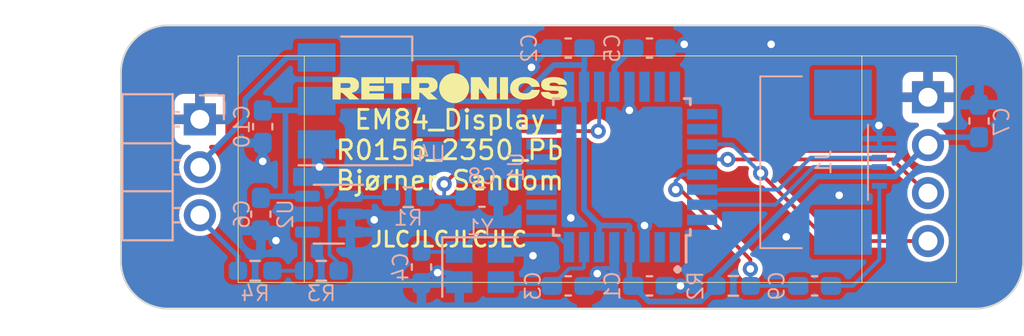
<source format=kicad_pcb>
(kicad_pcb (version 20221018) (generator pcbnew)
  (layers (0 "F.Cu" signal) (31 "B.Cu" signal) (34 "B.Paste" user) (35 "F.Paste" user) (36 "B.SilkS" user "B.Silkscreen") (37 "F.SilkS" user "F.Silkscreen") (38 "B.Mask" user) (39 "F.Mask" user) (44 "Edge.Cuts" user))
  (net 0 "")
  (net 1 "GND")
  (net 2 "+5V")
  (net 3 "Net-(U1-XTAL1)")
  (net 4 "Net-(U1-XTAL2)")
  (net 5 "Net-(U1-AREF)")
  (net 6 "V_TUNE")
  (net 7 "Net-(U1-~{RESET})")
  (net 8 "Net-(J1-Pin_3)")
  (net 9 "Net-(J1-Pin_4)")
  (net 10 "Net-(J2-Pin_2)")
  (net 11 "Net-(R1-Pad1)")
  (net 12 "Net-(U2--)")
  (net 29 "SDA")
  (net 30 "SCL")
  (net 32 "Net-(J2-Pin_3)")
  (net 33 "Net-(J1-Pin_1)")
  (footprint "Retronics_Displays:0.91-OLED-4pin-128x32" (layer "F.Cu") (at 36.2 71.615)
    (fp_text reference "U3" hide)
    (fp_text value "Display_OLED_0.91_I2C")
    (fp_line (start 0 0) (end 0 12) (stroke (width 0.04)) (layer "F.SilkS"))
    (fp_line (start 0 12) (end 38 12) (stroke (width 0.04)) (layer "F.SilkS"))
    (fp_line (start 3.5 0) (end 3.5 12) (stroke (width 0.04)) (layer "F.SilkS"))
    (fp_line (start 33 0) (end 33 12) (stroke (width 0.04)) (layer "F.SilkS"))
    (fp_line (start 38 0) (end 0 0) (stroke (width 0.04)) (layer "F.SilkS"))
    (fp_line (start 38 12) (end 38 0) (stroke (width 0.04)) (layer "F.SilkS"))
    (pad "1" thru_hole rect locked (at 36.5 2.19) (size 1.7 1.7) (drill 1) (layers "*.Cu" "*.Mask") (net 1 "GND"))
    (pad "2" thru_hole oval locked (at 36.5 4.73) (size 1.7 1.7) (drill 1) (layers "*.Cu" "*.Mask") (net 2 "+5V"))
    (pad "3" thru_hole oval locked (at 36.5 7.27) (size 1.7 1.7) (drill 1) (layers "*.Cu" "*.Mask") (net 30 "SCL"))
    (pad "4" thru_hole oval locked (at 36.5 9.81) (size 1.7 1.7) (drill 1) (layers "*.Cu" "*.Mask") (net 29 "SDA"))
  )
  (footprint "Icons_Graphics:retronics_logo_14mm" (layer "F.Cu") (at 47.403328 73.3)
    (fp_text reference "G***" hide)
    (fp_text value "LOGO" hide)
    (fp_poly (pts (xy 3.075737 0.626332) (xy 2.650726 0.626332) (xy 2.650726 -0.559225) (xy 3.075737 -0.559225)) (fill solid) (layer "F.SilkS"))
    (fp_poly (pts (xy -2.147424 -0.234875) (xy -2.561251 -0.234875) (xy -2.561251 0.626332) (xy -2.997446 0.626332) (xy -2.997446 -0.234875) (xy -3.411273 -0.234875) (xy -3.411273 -0.559225) (xy -2.147424 -0.559225)) (fill solid) (layer "F.SilkS"))
    (fp_poly (pts (xy -3.489564 -0.235169) (xy -3.872634 -0.232226) (xy -4.255703 -0.229283) (xy -4.262411 -0.100661) (xy -3.489564 -0.100661) (xy -3.489564 0.178658) (xy -3.872634 0.181601) (xy -4.255703 0.184544) (xy -4.259083 0.243262) (xy -4.262464 0.301981) (xy -3.489564 0.301981) (xy -3.489564 0.626332) (xy -4.686306 0.626332) (xy -4.686306 -0.559225) (xy -3.489564 -0.559225)) (fill solid) (layer "F.SilkS"))
    (fp_poly (pts (xy 2.482959 0.626332) (xy 2.234104 0.626061) (xy 1.985248 0.62579) (xy 1.773232 0.329508) (xy 1.72178 0.258205) (xy 1.674126 0.193305) (xy 1.631884 0.13692) (xy 1.596672 0.091163) (xy 1.570106 0.058147) (xy 1.553801 0.039984) (xy 1.549542 0.037113) (xy 1.545434 0.049662) (xy 1.54191 0.084007) (xy 1.538998 0.139585) (xy 1.536727 0.21583) (xy 1.535123 0.312177) (xy 1.534887 0.333665) (xy 1.531905 0.626332) (xy 1.107265 0.626332) (xy 1.107265 -0.559225) (xy 1.361713 -0.558961) (xy 1.61616 -0.558696) (xy 1.823073 -0.25158) (xy 1.873029 -0.178031) (xy 1.919479 -0.110788) (xy 1.96086 -0.052026) (xy 1.995609 -0.003919) (xy 2.022161 0.031356) (xy 2.038955 0.051626) (xy 2.043967 0.055729) (xy 2.048295 0.050927) (xy 2.051697 0.035077) (xy 2.054261 0.00621) (xy 2.056078 -0.037641) (xy 2.057236 -0.098443) (xy 2.057825 -0.178166) (xy 2.057948 -0.251652) (xy 2.057948 -0.559225) (xy 2.482959 -0.559225)) (fill solid) (layer "F.SilkS"))
    (fp_poly (pts (xy 0.308238 -0.767339) (xy 0.386893 -0.755606) (xy 0.437524 -0.741689) (xy 0.497781 -0.72075) (xy 0.55762 -0.696408) (xy 0.581049 -0.685638) (xy 0.632714 -0.659367) (xy 0.674606 -0.633782) (xy 0.713581 -0.603884) (xy 0.756495 -0.564672) (xy 0.783822 -0.537763) (xy 0.830169 -0.48985) (xy 0.864494 -0.449592) (xy 0.891795 -0.410132) (xy 0.917074 -0.364614) (xy 0.931696 -0.334991) (xy 0.975414 -0.231291) (xy 1.002701 -0.133519) (xy 1.015112 -0.034302) (xy 1.014965 0.060004) (xy 0.997762 0.19148) (xy 0.960581 0.315089) (xy 0.904933 0.429092) (xy 0.832332 0.531748) (xy 0.74429 0.621315) (xy 0.642318 0.696053) (xy 0.527929 0.75422) (xy 0.402635 0.794077) (xy 0.37161 0.800629) (xy 0.306832 0.809678) (xy 0.235839 0.814219) (xy 0.16791 0.813969) (xy 0.112323 0.808645) (xy 0.111845 0.808563) (xy -0.021371 0.774817) (xy -0.143963 0.722282) (xy -0.254434 0.652049) (xy -0.351285 0.56521) (xy -0.433015 0.462855) (xy -0.484725 0.374111) (xy -0.53325 0.253816) (xy -0.5608 0.130999) (xy -0.56828 0.007801) (xy -0.556592 -0.113639) (xy -0.526641 -0.231183) (xy -0.479329 -0.34269) (xy -0.41556 -0.446022) (xy -0.336238 -0.539038) (xy -0.242266 -0.619599) (xy -0.134548 -0.685567) (xy -0.016777 -0.733911) (xy 0.086992 -0.758553) (xy 0.198263 -0.769854)) (fill solid) (layer "F.SilkS"))
    (fp_poly (pts (xy -5.723668 -0.559141) (xy -5.610297 -0.558846) (xy -5.504408 -0.558036) (xy -5.4084 -0.556761) (xy -5.324675 -0.555072) (xy -5.255634 -0.553018) (xy -5.203677 -0.55065) (xy -5.171204 -0.54802) (xy -5.167239 -0.547463) (xy -5.069038 -0.522415) (xy -4.984002 -0.481263) (xy -4.913761 -0.42513) (xy -4.859948 -0.355138) (xy -4.844229 -0.325318) (xy -4.830596 -0.293602) (xy -4.821943 -0.264295) (xy -4.817181 -0.230697) (xy -4.815218 -0.186105) (xy -4.814928 -0.145134) (xy -4.815404 -0.090742) (xy -4.817715 -0.051801) (xy -4.82318 -0.021399) (xy -4.83312 0.007377) (xy -4.848855 0.041438) (xy -4.851668 0.047168) (xy -4.898197 0.119645) (xy -4.959296 0.17659) (xy -5.036248 0.218936) (xy -5.125808 0.246629) (xy -5.161129 0.255423) (xy -5.186406 0.263492) (xy -5.194979 0.268068) (xy -5.188073 0.276978) (xy -5.166348 0.298221) (xy -5.13209 0.32972) (xy -5.087588 0.369395) (xy -5.035129 0.415169) (xy -4.997011 0.447923) (xy -4.794693 0.620739) (xy -5.054529 0.623744) (xy -5.314365 0.626748) (xy -5.5048 0.444792) (xy -5.565802 0.386734) (xy -5.613139 0.342457) (xy -5.649153 0.310115) (xy -5.676186 0.287866) (xy -5.696582 0.273866) (xy -5.712684 0.26627) (xy -5.726833 0.263235) (xy -5.736014 0.262835) (xy -5.776795 0.262835) (xy -5.779868 0.444583) (xy -5.782941 0.626332) (xy -6.207398 0.626332) (xy -6.207398 0.011184) (xy -5.78312 0.011184) (xy -5.567452 0.011167) (xy -5.489839 0.010886) (xy -5.431132 0.009881) (xy -5.387872 0.007886) (xy -5.356602 0.004636) (xy -5.333862 -0.000135) (xy -5.316194 -0.006694) (xy -5.312638 -0.008406) (xy -5.277631 -0.037123) (xy -5.256957 -0.077241) (xy -5.250833 -0.122811) (xy -5.259473 -0.167885) (xy -5.283093 -0.206514) (xy -5.304818 -0.22429) (xy -5.318861 -0.231889) (xy -5.334872 -0.237428) (xy -5.356288 -0.241166) (xy -5.386551 -0.243361) (xy -5.429098 -0.244271) (xy -5.48737 -0.244155) (xy -5.558697 -0.243353) (xy -5.776795 -0.240467) (xy -5.779957 -0.114642) (xy -5.78312 0.011184) (xy -6.207398 0.011184) (xy -6.207398 -0.559225)) (fill solid) (layer "F.SilkS"))
    (fp_poly (pts (xy -1.563034 -0.559141) (xy -1.449663 -0.558846) (xy -1.343774 -0.558036) (xy -1.247766 -0.556761) (xy -1.164041 -0.555072) (xy -1.095 -0.553018) (xy -1.043043 -0.55065) (xy -1.01057 -0.54802) (xy -1.006605 -0.547463) (xy -0.908404 -0.522415) (xy -0.823368 -0.481263) (xy -0.753127 -0.42513) (xy -0.699314 -0.355138) (xy -0.683595 -0.325318) (xy -0.669962 -0.293602) (xy -0.661309 -0.264295) (xy -0.656546 -0.230697) (xy -0.654584 -0.186105) (xy -0.654294 -0.145134) (xy -0.65477 -0.090742) (xy -0.657081 -0.051801) (xy -0.662546 -0.021399) (xy -0.672486 0.007377) (xy -0.688221 0.041438) (xy -0.691034 0.047168) (xy -0.737563 0.119645) (xy -0.798662 0.17659) (xy -0.875614 0.218936) (xy -0.965174 0.246629) (xy -1.000495 0.255423) (xy -1.025772 0.263492) (xy -1.034345 0.268068) (xy -1.027439 0.276978) (xy -1.005714 0.298221) (xy -0.971456 0.32972) (xy -0.926954 0.369395) (xy -0.874495 0.415169) (xy -0.836377 0.447923) (xy -0.634059 0.620739) (xy -0.893895 0.623744) (xy -1.153731 0.626748) (xy -1.344166 0.444792) (xy -1.405168 0.386734) (xy -1.452505 0.342457) (xy -1.488518 0.310115) (xy -1.515552 0.287866) (xy -1.535948 0.273866) (xy -1.552049 0.26627) (xy -1.566199 0.263235) (xy -1.57538 0.262835) (xy -1.616161 0.262835) (xy -1.619234 0.444583) (xy -1.622307 0.626332) (xy -2.046764 0.626332) (xy -2.046764 0.011184) (xy -1.622486 0.011184) (xy -1.406818 0.011167) (xy -1.329205 0.010886) (xy -1.270498 0.009881) (xy -1.227238 0.007886) (xy -1.195968 0.004636) (xy -1.173228 -0.000135) (xy -1.15556 -0.006694) (xy -1.152004 -0.008406) (xy -1.116997 -0.037123) (xy -1.096323 -0.077241) (xy -1.090199 -0.122811) (xy -1.098839 -0.167885) (xy -1.122459 -0.206514) (xy -1.144184 -0.22429) (xy -1.158227 -0.231889) (xy -1.174238 -0.237428) (xy -1.195654 -0.241166) (xy -1.225917 -0.243361) (xy -1.268464 -0.244271) (xy -1.326736 -0.244155) (xy -1.398063 -0.243353) (xy -1.616161 -0.240467) (xy -1.619323 -0.114642) (xy -1.622486 0.011184) (xy -2.046764 0.011184) (xy -2.046764 -0.559225)) (fill solid) (layer "F.SilkS"))
    (fp_poly (pts (xy 4.096773 -0.56052) (xy 4.17723 -0.552939) (xy 4.233254 -0.543427) (xy 4.351917 -0.509371) (xy 4.458389 -0.463119) (xy 4.551021 -0.406086) (xy 4.628164 -0.339687) (xy 4.688168 -0.265337) (xy 4.729384 -0.184452) (xy 4.749971 -0.100099) (xy 4.756528 -0.044738) (xy 4.532034 -0.044738) (xy 4.455831 -0.044829) (xy 4.39902 -0.045298) (xy 4.358625 -0.046442) (xy 4.33167 -0.048557) (xy 4.315177 -0.051941) (xy 4.306172 -0.05689) (xy 4.301676 -0.063701) (xy 4.300207 -0.067842) (xy 4.288454 -0.090271) (xy 4.267627 -0.1192) (xy 4.258518 -0.130075) (xy 4.204367 -0.175915) (xy 4.135611 -0.209929) (xy 4.056976 -0.231547) (xy 3.973186 -0.240197) (xy 3.888968 -0.235311) (xy 3.809047 -0.216317) (xy 3.752399 -0.191156) (xy 3.696707 -0.147942) (xy 3.656068 -0.091729) (xy 3.631351 -0.026811) (xy 3.623424 0.042514) (xy 3.633155 0.111951) (xy 3.661412 0.177204) (xy 3.674147 0.196015) (xy 3.718806 0.238557) (xy 3.779362 0.271345) (xy 3.851296 0.293766) (xy 3.930086 0.305203) (xy 4.011214 0.305042) (xy 4.090159 0.292669) (xy 4.162401 0.267467) (xy 4.170435 0.263536) (xy 4.215154 0.235104) (xy 4.255996 0.199036) (xy 4.286941 0.161298) (xy 4.300207 0.134948) (xy 4.303574 0.127107) (xy 4.309982 0.121275) (xy 4.322408 0.117155) (xy 4.34383 0.114451) (xy 4.377224 0.112865) (xy 4.425568 0.1121) (xy 4.491839 0.11186) (xy 4.53193 0.111845) (xy 4.756321 0.111845) (xy 4.750829 0.16057) (xy 4.738677 0.213311) (xy 4.715121 0.273949) (xy 4.683973 0.333979) (xy 4.651799 0.381476) (xy 4.593615 0.440586) (xy 4.517757 0.495523) (xy 4.42886 0.543763) (xy 4.331557 0.58278) (xy 4.233333 0.609467) (xy 4.172521 0.619069) (xy 4.097908 0.626385) (xy 4.016503 0.631141) (xy 3.935315 0.633064) (xy 3.861352 0.631879) (xy 3.801624 0.627313) (xy 3.795885 0.626545) (xy 3.665135 0.59965) (xy 3.546594 0.558326) (xy 3.441996 0.503575) (xy 3.353075 0.436397) (xy 3.281564 0.357796) (xy 3.251265 0.311763) (xy 3.212565 0.224105) (xy 3.190275 0.126435) (xy 3.184268 0.023802) (xy 3.194417 -0.078741) (xy 3.220594 -0.176145) (xy 3.262673 -0.263359) (xy 3.265878 -0.268436) (xy 3.325626 -0.342389) (xy 3.404242 -0.409176) (xy 3.498869 -0.466956) (xy 3.606649 -0.513891) (xy 3.685292 -0.538485) (xy 3.748216 -0.550699) (xy 3.827006 -0.559065) (xy 3.915482 -0.563528) (xy 4.007464 -0.564032)) (fill solid) (layer "F.SilkS"))
    (fp_poly (pts (xy 5.623007 -0.561476) (xy 5.719382 -0.549594) (xy 5.7992 -0.534806) (xy 5.868227 -0.515683) (xy 5.932227 -0.490797) (xy 5.959308 -0.478129) (xy 6.044126 -0.426368) (xy 6.111507 -0.363206) (xy 6.160197 -0.290156) (xy 6.188942 -0.208732) (xy 6.190981 -0.198525) (xy 6.198702 -0.156583) (xy 5.758573 -0.156583) (xy 5.731376 -0.188906) (xy 5.692766 -0.221893) (xy 5.639361 -0.24535) (xy 5.568823 -0.260077) (xy 5.507287 -0.265661) (xy 5.429308 -0.26643) (xy 5.368775 -0.258517) (xy 5.322225 -0.241188) (xy 5.293064 -0.220363) (xy 5.271434 -0.188542) (xy 5.269362 -0.154503) (xy 5.28656 -0.12422) (xy 5.298148 -0.114899) (xy 5.309984 -0.108711) (xy 5.326345 -0.103747) (xy 5.349977 -0.099777) (xy 5.383626 -0.096573) (xy 5.430038 -0.093906) (xy 5.491959 -0.091547) (xy 5.572134 -0.089267) (xy 5.619702 -0.08809) (xy 5.711391 -0.085706) (xy 5.783952 -0.083274) (xy 5.840624 -0.080524) (xy 5.884648 -0.077185) (xy 5.919263 -0.072987) (xy 5.947709 -0.067658) (xy 5.973225 -0.060929) (xy 5.983707 -0.057664) (xy 6.057409 -0.026081) (xy 6.114167 0.016976) (xy 6.157824 0.074713) (xy 6.170285 0.098092) (xy 6.187055 0.135923) (xy 6.196467 0.16969) (xy 6.200367 0.208701) (xy 6.200742 0.251651) (xy 6.196473 0.319583) (xy 6.185664 0.371065) (xy 6.180967 0.383318) (xy 6.148323 0.437285) (xy 6.101707 0.489824) (xy 6.048517 0.532902) (xy 6.036108 0.540641) (xy 5.960167 0.5756) (xy 5.866408 0.602951) (xy 5.758199 0.622277) (xy 5.638904 0.633161) (xy 5.51189 0.635184) (xy 5.380521 0.627929) (xy 5.353776 0.625302) (xy 5.23242 0.605576) (xy 5.122313 0.573754) (xy 5.026254 0.530939) (xy 4.947042 0.478232) (xy 4.921022 0.454941) (xy 4.881622 0.408387) (xy 4.849381 0.35529) (xy 4.82787 0.302585) (xy 4.820628 0.260039) (xy 4.820519 0.22369) (xy 5.246974 0.22369) (xy 5.274367 0.256244) (xy 5.312476 0.287536) (xy 5.367859 0.310538) (xy 5.441923 0.325695) (xy 5.516627 0.332529) (xy 5.604095 0.333507) (xy 5.671485 0.325564) (xy 5.719324 0.308482) (xy 5.748139 0.282044) (xy 5.758459 0.246033) (xy 5.758008 0.233124) (xy 5.750716 0.204596) (xy 5.731323 0.185134) (xy 5.715279 0.176173) (xy 5.698463 0.169255) (xy 5.677398 0.164144) (xy 5.648671 0.160583) (xy 5.608868 0.158315) (xy 5.554578 0.157081) (xy 5.482386 0.156624) (xy 5.456049 0.1566) (xy 5.332544 0.155214) (xy 5.228916 0.150749) (xy 5.142824 0.142713) (xy 5.071924 0.130614) (xy 5.013875 0.113957) (xy 4.966336 0.092253) (xy 4.926963 0.065006) (xy 4.900603 0.039794) (xy 4.855966 -0.024351) (xy 4.829862 -0.097316) (xy 4.822467 -0.175136) (xy 4.833956 -0.253848) (xy 4.864506 -0.329489) (xy 4.882904 -0.359161) (xy 4.933435 -0.413947) (xy 5.002709 -0.461623) (xy 5.088027 -0.501452) (xy 5.186689 -0.532696) (xy 5.295996 -0.554617) (xy 5.413249 -0.566476) (xy 5.535747 -0.567537)) (fill solid) (layer "F.SilkS"))
  )
  (footprint "Retronics_IC_Power:SOT-223-3_TabPin2" (layer "B.Cu") (at 43.5 74)
    (fp_text reference "U4" (at 2.9 2.8 180) (layer "B.SilkS") (effects (font (size 0.8 0.8) (thickness 0.1)) (justify mirror)))
    (fp_text value "NCP1117-5.0_SOT223")
    (fp_line (start -4.1 3.41) (end 1.91 3.41) (stroke (width 0.12)) (layer "B.SilkS"))
    (fp_line (start -1.85 -3.41) (end 1.91 -3.41) (stroke (width 0.12)) (layer "B.SilkS"))
    (fp_line (start 1.91 -3.41) (end 1.91 -2.15) (stroke (width 0.12)) (layer "B.SilkS"))
    (fp_line (start 1.91 3.41) (end 1.91 2.15) (stroke (width 0.12)) (layer "B.SilkS"))
    (pad "1" smd rect (at -3.15 2.3) (size 2 1.5) (layers "B.Cu" "B.Paste" "B.Mask") (net 1 "GND"))
    (pad "2" smd rect (at -3.15 0) (size 2 1.5) (layers "B.Cu" "B.Paste" "B.Mask") (net 2 "+5V"))
    (pad "2" smd rect (at 3.15 0) (size 2 3.8) (layers "B.Cu" "B.Paste" "B.Mask") (net 2 "+5V"))
    (pad "3" smd rect (at -3.15 -2.3) (size 2 1.5) (layers "B.Cu" "B.Paste" "B.Mask") (net 10 "Net-(J2-Pin_2)"))
  )
  (footprint "Retronics_Passives:R_0603_1608Metric_Pad0.98x0.95mm_HandSolder" (layer "B.Cu") (at 62.4 83.8)
    (fp_text reference "R2" (at -2 0 -90) (layer "B.SilkS") (effects (font (size 0.8 0.8) (thickness 0.1)) (justify mirror)))
    (fp_text value "10kΩ")
    (fp_line (start -0.254724 -0.5225) (end 0.254724 -0.5225) (stroke (width 0.12)) (layer "B.SilkS"))
    (fp_line (start -0.254724 0.5225) (end 0.254724 0.5225) (stroke (width 0.12)) (layer "B.SilkS"))
    (pad "1" smd roundrect (at -0.9125 0) (size 0.975 0.95) (layers "B.Cu" "B.Paste" "B.Mask") (net 2 "+5V"))
    (pad "2" smd roundrect (at 0.9125 0) (size 0.975 0.95) (layers "B.Cu" "B.Paste" "B.Mask") (net 7 "Net-(U1-~{RESET})"))
  )
  (footprint "Retronics_Passives:C_0603_1608Metric_Pad1.08x0.95mm_HandSolder" (layer "B.Cu") (at 37.5 75.3625 -90)
    (fp_text reference "C10" (at 0 1.1 90) (layer "B.SilkS") (effects (font (size 0.8 0.8) (thickness 0.1)) (justify mirror)))
    (fp_text value "10µF")
    (fp_line (start -0.146267 -0.51) (end 0.146267 -0.51) (stroke (width 0.12)) (layer "B.SilkS"))
    (fp_line (start -0.146267 0.51) (end 0.146267 0.51) (stroke (width 0.12)) (layer "B.SilkS"))
    (pad "1" smd roundrect (at -0.8625 0 270) (size 1.075 0.95) (layers "B.Cu" "B.Paste" "B.Mask") (net 2 "+5V"))
    (pad "2" smd roundrect (at 0.8625 0 270) (size 1.075 0.95) (layers "B.Cu" "B.Paste" "B.Mask") (net 1 "GND"))
  )
  (footprint "Retronics_Passives:R_0603_1608Metric_Pad0.98x0.95mm_HandSolder" (layer "B.Cu") (at 37.1 83 180)
    (fp_text reference "R4" (at 0 -1.2) (layer "B.SilkS") (effects (font (size 0.8 0.8) (thickness 0.1)) (justify mirror)))
    (fp_text value "15MΩ")
    (fp_line (start -0.254724 -0.5225) (end 0.254724 -0.5225) (stroke (width 0.12)) (layer "B.SilkS"))
    (fp_line (start -0.254724 0.5225) (end 0.254724 0.5225) (stroke (width 0.12)) (layer "B.SilkS"))
    (pad "1" smd roundrect (at -0.9125 0 180) (size 0.975 0.95) (layers "B.Cu" "B.Paste" "B.Mask") (net 12 "Net-(U2--)"))
    (pad "2" smd roundrect (at 0.9125 0 180) (size 0.975 0.95) (layers "B.Cu" "B.Paste" "B.Mask") (net 32 "Net-(J2-Pin_3)"))
  )
  (footprint "Retronics_Passives:C_0603_1608Metric_Pad1.08x0.95mm_HandSolder" (layer "B.Cu") (at 53.6625 83.8)
    (fp_text reference "C3" (at -1.8625 0 -90) (layer "B.SilkS") (effects (font (size 0.8 0.8) (thickness 0.1)) (justify mirror)))
    (fp_text value "22pF")
    (fp_line (start -0.146267 -0.51) (end 0.146267 -0.51) (stroke (width 0.12)) (layer "B.SilkS"))
    (fp_line (start -0.146267 0.51) (end 0.146267 0.51) (stroke (width 0.12)) (layer "B.SilkS"))
    (pad "1" smd roundrect (at -0.8625 0) (size 1.075 0.95) (layers "B.Cu" "B.Paste" "B.Mask") (net 3 "Net-(U1-XTAL1)"))
    (pad "2" smd roundrect (at 0.8625 0) (size 1.075 0.95) (layers "B.Cu" "B.Paste" "B.Mask") (net 1 "GND"))
  )
  (footprint "Retronics_Passives:C_0603_1608Metric_Pad1.08x0.95mm_HandSolder" (layer "B.Cu") (at 75.4 75.0625 90)
    (fp_text reference "C7" (at -0.0375 1.2 270) (layer "B.SilkS") (effects (font (size 0.8 0.8) (thickness 0.1)) (justify mirror)))
    (fp_text value "1µF")
    (fp_line (start -0.146267 -0.51) (end 0.146267 -0.51) (stroke (width 0.12)) (layer "B.SilkS"))
    (fp_line (start -0.146267 0.51) (end 0.146267 0.51) (stroke (width 0.12)) (layer "B.SilkS"))
    (pad "1" smd roundrect (at -0.8625 0 90) (size 1.075 0.95) (layers "B.Cu" "B.Paste" "B.Mask") (net 2 "+5V"))
    (pad "2" smd roundrect (at 0.8625 0 90) (size 1.075 0.95) (layers "B.Cu" "B.Paste" "B.Mask") (net 1 "GND"))
  )
  (footprint "Retronics_Passives:C_0603_1608Metric_Pad1.08x0.95mm_HandSolder" (layer "B.Cu") (at 37.4 80 90)
    (fp_text reference "C6" (at 0 -1 270) (layer "B.SilkS") (effects (font (size 0.8 0.8) (thickness 0.1)) (justify mirror)))
    (fp_text value "100nF")
    (fp_line (start -0.146267 -0.51) (end 0.146267 -0.51) (stroke (width 0.12)) (layer "B.SilkS"))
    (fp_line (start -0.146267 0.51) (end 0.146267 0.51) (stroke (width 0.12)) (layer "B.SilkS"))
    (pad "1" smd roundrect (at -0.8625 0 90) (size 1.075 0.95) (layers "B.Cu" "B.Paste" "B.Mask") (net 1 "GND"))
    (pad "2" smd roundrect (at 0.8625 0 90) (size 1.075 0.95) (layers "B.Cu" "B.Paste" "B.Mask") (net 2 "+5V"))
  )
  (footprint "Retronics_Passives:C_0603_1608Metric_Pad1.08x0.95mm_HandSolder" (layer "B.Cu") (at 45.9 82.8 -90)
    (fp_text reference "C4" (at 0 1.1 90) (layer "B.SilkS") (effects (font (size 0.8 0.8) (thickness 0.1)) (justify mirror)))
    (fp_text value "22pF")
    (fp_line (start -0.146267 -0.51) (end 0.146267 -0.51) (stroke (width 0.12)) (layer "B.SilkS"))
    (fp_line (start -0.146267 0.51) (end 0.146267 0.51) (stroke (width 0.12)) (layer "B.SilkS"))
    (pad "1" smd roundrect (at -0.8625 0 270) (size 1.075 0.95) (layers "B.Cu" "B.Paste" "B.Mask") (net 4 "Net-(U1-XTAL2)"))
    (pad "2" smd roundrect (at 0.8625 0 270) (size 1.075 0.95) (layers "B.Cu" "B.Paste" "B.Mask") (net 1 "GND"))
  )
  (footprint "Retronics_MCU:TQFP-32_7x7mm_P0.8mm" (layer "B.Cu") (at 56.5 77.5 90)
    (fp_text reference "U1" (at 0 -5.6 270) (layer "B.SilkS") (effects (font (size 0.8 0.8) (thickness 0.1)) (justify mirror)))
    (fp_text value "ATMEGA328P-AU")
    (fp_line (start -3.625 -3.625) (end -3.625 -3.3) (stroke (width 0.15)) (layer "B.SilkS"))
    (fp_line (start -3.625 -3.625) (end -3.3 -3.625) (stroke (width 0.15)) (layer "B.SilkS"))
    (fp_line (start -3.625 3.4) (end -5.05 3.4) (stroke (width 0.15)) (layer "B.SilkS"))
    (fp_line (start -3.625 3.625) (end -3.625 3.4) (stroke (width 0.15)) (layer "B.SilkS"))
    (fp_line (start -3.625 3.625) (end -3.3 3.625) (stroke (width 0.15)) (layer "B.SilkS"))
    (fp_line (start 3.625 -3.625) (end 3.3 -3.625) (stroke (width 0.15)) (layer "B.SilkS"))
    (fp_line (start 3.625 -3.625) (end 3.625 -3.3) (stroke (width 0.15)) (layer "B.SilkS"))
    (fp_line (start 3.625 3.625) (end 3.3 3.625) (stroke (width 0.15)) (layer "B.SilkS"))
    (fp_line (start 3.625 3.625) (end 3.625 3.3) (stroke (width 0.15)) (layer "B.SilkS"))
    (pad "1" smd rect (at -4.25 2.8 90) (size 1.6 0.55) (layers "B.Cu" "B.Paste" "B.Mask"))
    (pad "2" smd rect (at -4.25 2 90) (size 1.6 0.55) (layers "B.Cu" "B.Paste" "B.Mask"))
    (pad "3" smd rect (at -4.25 1.2 90) (size 1.6 0.55) (layers "B.Cu" "B.Paste" "B.Mask") (net 1 "GND"))
    (pad "4" smd rect (at -4.25 0.4 90) (size 1.6 0.55) (layers "B.Cu" "B.Paste" "B.Mask") (net 2 "+5V"))
    (pad "5" smd rect (at -4.25 -0.4 90) (size 1.6 0.55) (layers "B.Cu" "B.Paste" "B.Mask") (net 1 "GND"))
    (pad "6" smd rect (at -4.25 -1.2 90) (size 1.6 0.55) (layers "B.Cu" "B.Paste" "B.Mask") (net 2 "+5V"))
    (pad "7" smd rect (at -4.25 -2 90) (size 1.6 0.55) (layers "B.Cu" "B.Paste" "B.Mask") (net 3 "Net-(U1-XTAL1)"))
    (pad "8" smd rect (at -4.25 -2.8 90) (size 1.6 0.55) (layers "B.Cu" "B.Paste" "B.Mask") (net 4 "Net-(U1-XTAL2)"))
    (pad "9" smd rect (at -2.8 -4.25) (size 1.6 0.55) (layers "B.Cu" "B.Paste" "B.Mask"))
    (pad "10" smd rect (at -2 -4.25) (size 1.6 0.55) (layers "B.Cu" "B.Paste" "B.Mask"))
    (pad "11" smd rect (at -1.2 -4.25) (size 1.6 0.55) (layers "B.Cu" "B.Paste" "B.Mask"))
    (pad "12" smd rect (at -0.4 -4.25) (size 1.6 0.55) (layers "B.Cu" "B.Paste" "B.Mask"))
    (pad "13" smd rect (at 0.4 -4.25) (size 1.6 0.55) (layers "B.Cu" "B.Paste" "B.Mask"))
    (pad "14" smd rect (at 1.2 -4.25) (size 1.6 0.55) (layers "B.Cu" "B.Paste" "B.Mask"))
    (pad "15" smd rect (at 2 -4.25) (size 1.6 0.55) (layers "B.Cu" "B.Paste" "B.Mask"))
    (pad "16" smd rect (at 2.8 -4.25) (size 1.6 0.55) (layers "B.Cu" "B.Paste" "B.Mask"))
    (pad "17" smd rect (at 4.25 -2.8 90) (size 1.6 0.55) (layers "B.Cu" "B.Paste" "B.Mask"))
    (pad "18" smd rect (at 4.25 -2 90) (size 1.6 0.55) (layers "B.Cu" "B.Paste" "B.Mask") (net 2 "+5V"))
    (pad "19" smd rect (at 4.25 -1.2 90) (size 1.6 0.55) (layers "B.Cu" "B.Paste" "B.Mask") (net 6 "V_TUNE"))
    (pad "20" smd rect (at 4.25 -0.4 90) (size 1.6 0.55) (layers "B.Cu" "B.Paste" "B.Mask") (net 5 "Net-(U1-AREF)"))
    (pad "21" smd rect (at 4.25 0.4 90) (size 1.6 0.55) (layers "B.Cu" "B.Paste" "B.Mask") (net 1 "GND"))
    (pad "22" smd rect (at 4.25 1.2 90) (size 1.6 0.55) (layers "B.Cu" "B.Paste" "B.Mask"))
    (pad "23" smd rect (at 4.25 2 90) (size 1.6 0.55) (layers "B.Cu" "B.Paste" "B.Mask"))
    (pad "24" smd rect (at 4.25 2.8 90) (size 1.6 0.55) (layers "B.Cu" "B.Paste" "B.Mask"))
    (pad "25" smd rect (at 2.8 4.25) (size 1.6 0.55) (layers "B.Cu" "B.Paste" "B.Mask"))
    (pad "26" smd rect (at 2 4.25) (size 1.6 0.55) (layers "B.Cu" "B.Paste" "B.Mask"))
    (pad "27" smd rect (at 1.2 4.25) (size 1.6 0.55) (layers "B.Cu" "B.Paste" "B.Mask") (net 29 "SDA"))
    (pad "28" smd rect (at 0.4 4.25) (size 1.6 0.55) (layers "B.Cu" "B.Paste" "B.Mask") (net 30 "SCL"))
    (pad "29" smd rect (at -0.4 4.25) (size 1.6 0.55) (layers "B.Cu" "B.Paste" "B.Mask") (net 7 "Net-(U1-~{RESET})"))
    (pad "30" smd rect (at -1.2 4.25) (size 1.6 0.55) (layers "B.Cu" "B.Paste" "B.Mask") (net 9 "Net-(J1-Pin_4)"))
    (pad "31" smd rect (at -2 4.25) (size 1.6 0.55) (layers "B.Cu" "B.Paste" "B.Mask") (net 8 "Net-(J1-Pin_3)"))
    (pad "32" smd rect (at -2.8 4.25) (size 1.6 0.55) (layers "B.Cu" "B.Paste" "B.Mask"))
  )
  (footprint "Retronics_Passives:C_0603_1608Metric_Pad1.08x0.95mm_HandSolder" (layer "B.Cu") (at 49.1 79.1)
    (fp_text reference "C8" (at 0 -1.1 180) (layer "B.SilkS") (effects (font (size 0.8 0.8) (thickness 0.1)) (justify mirror)))
    (fp_text value "1µF")
    (fp_line (start -0.146267 -0.51) (end 0.146267 -0.51) (stroke (width 0.12)) (layer "B.SilkS"))
    (fp_line (start -0.146267 0.51) (end 0.146267 0.51) (stroke (width 0.12)) (layer "B.SilkS"))
    (pad "1" smd roundrect (at -0.8625 0) (size 1.075 0.95) (layers "B.Cu" "B.Paste" "B.Mask") (net 6 "V_TUNE"))
    (pad "2" smd roundrect (at 0.8625 0) (size 1.075 0.95) (layers "B.Cu" "B.Paste" "B.Mask") (net 1 "GND"))
  )
  (footprint "Package_TO_SOT_SMD:SOT-23-5" (layer "B.Cu") (at 41 80 180)
    (fp_text reference "U2" (at 2.3 0 90) (layer "B.SilkS") (effects (font (size 0.8 0.8) (thickness 0.1)) (justify mirror)))
    (fp_text value "MCP6001T-I/OT")
    (fp_line (start 0 -1.56) (end -0.8 -1.56) (stroke (width 0.12)) (layer "B.SilkS"))
    (fp_line (start 0 -1.56) (end 0.8 -1.56) (stroke (width 0.12)) (layer "B.SilkS"))
    (fp_line (start 0 1.56) (end -1.8 1.56) (stroke (width 0.12)) (layer "B.SilkS"))
    (fp_line (start 0 1.56) (end 0.8 1.56) (stroke (width 0.12)) (layer "B.SilkS"))
    (pad "1" smd roundrect (at -1.1375 0.95 180) (size 1.325 0.6) (layers "B.Cu" "B.Paste" "B.Mask") (net 11 "Net-(R1-Pad1)"))
    (pad "2" smd roundrect (at -1.1375 0 180) (size 1.325 0.6) (layers "B.Cu" "B.Paste" "B.Mask") (net 1 "GND"))
    (pad "3" smd roundrect (at -1.1375 -0.95 180) (size 1.325 0.6) (layers "B.Cu" "B.Paste" "B.Mask") (net 1 "GND"))
    (pad "4" smd roundrect (at 1.1375 -0.95 180) (size 1.325 0.6) (layers "B.Cu" "B.Paste" "B.Mask") (net 12 "Net-(U2--)"))
    (pad "5" smd roundrect (at 1.1375 0.95 180) (size 1.325 0.6) (layers "B.Cu" "B.Paste" "B.Mask") (net 2 "+5V"))
  )
  (footprint "Retronics_Passives:C_0603_1608Metric_Pad1.08x0.95mm_HandSolder" (layer "B.Cu") (at 53.6625 71.2)
    (fp_text reference "C2" (at -2.0625 0 -90) (layer "B.SilkS") (effects (font (size 0.8 0.8) (thickness 0.1)) (justify mirror)))
    (fp_text value "100nF")
    (fp_line (start -0.146267 -0.51) (end 0.146267 -0.51) (stroke (width 0.12)) (layer "B.SilkS"))
    (fp_line (start -0.146267 0.51) (end 0.146267 0.51) (stroke (width 0.12)) (layer "B.SilkS"))
    (pad "1" smd roundrect locked (at -0.8625 0) (size 1.075 0.95) (layers "B.Cu" "B.Paste" "B.Mask") (net 1 "GND"))
    (pad "2" smd roundrect locked (at 0.8625 0) (size 1.075 0.95) (layers "B.Cu" "B.Paste" "B.Mask") (net 2 "+5V"))
  )
  (footprint "Crystal:Crystal_SMD_SeikoEpson_TSX3225-4Pin_3.2x2.5mm" (layer "B.Cu") (at 49 82.8)
    (fp_text reference "Y1" (at 0 -2.1) (layer "B.SilkS") (effects (font (size 0.8 0.8) (thickness 0.1)) (justify mirror)))
    (fp_text value "16MHz 16pF")
    (fp_line (start -2 -1.575) (end 2 -1.575) (stroke (width 0.12)) (layer "B.SilkS"))
    (fp_line (start -2 1.575) (end -2 -1.575) (stroke (width 0.12)) (layer "B.SilkS"))
    (pad "1" smd rect (at -1.1 -0.8) (size 1.4 1.15) (layers "B.Cu" "B.Paste" "B.Mask") (net 4 "Net-(U1-XTAL2)"))
    (pad "2" smd rect (at 1.1 -0.8) (size 1.4 1.15) (layers "B.Cu" "B.Paste" "B.Mask") (net 1 "GND"))
    (pad "3" smd rect (at 1.1 0.8) (size 1.4 1.15) (layers "B.Cu" "B.Paste" "B.Mask") (net 3 "Net-(U1-XTAL1)"))
    (pad "4" smd rect (at -1.1 0.8) (size 1.4 1.15) (layers "B.Cu" "B.Paste" "B.Mask") (net 1 "GND"))
  )
  (footprint "Retronics_Passives:C_0603_1608Metric_Pad1.08x0.95mm_HandSolder" (layer "B.Cu") (at 57.9625 83.8 180)
    (fp_text reference "C1" (at 1.9625 0 90) (layer "B.SilkS") (effects (font (size 0.8 0.8) (thickness 0.1)) (justify mirror)))
    (fp_text value "100nF")
    (fp_line (start -0.146267 -0.51) (end 0.146267 -0.51) (stroke (width 0.12)) (layer "B.SilkS"))
    (fp_line (start -0.146267 0.51) (end 0.146267 0.51) (stroke (width 0.12)) (layer "B.SilkS"))
    (pad "1" smd roundrect (at -0.8625 0 180) (size 1.075 0.95) (layers "B.Cu" "B.Paste" "B.Mask") (net 1 "GND"))
    (pad "2" smd roundrect (at 0.8625 0 180) (size 1.075 0.95) (layers "B.Cu" "B.Paste" "B.Mask") (net 2 "+5V"))
  )
  (footprint "Retronics_Passives:C_0603_1608Metric_Pad1.08x0.95mm_HandSolder" (layer "B.Cu") (at 66.7 83.8 180)
    (fp_text reference "C9" (at 2 0 90) (layer "B.SilkS") (effects (font (size 0.8 0.8) (thickness 0.1)) (justify mirror)))
    (fp_text value "10nF")
    (fp_line (start -0.146267 -0.51) (end 0.146267 -0.51) (stroke (width 0.12)) (layer "B.SilkS"))
    (fp_line (start -0.146267 0.51) (end 0.146267 0.51) (stroke (width 0.12)) (layer "B.SilkS"))
    (pad "1" smd roundrect (at -0.8625 0 180) (size 1.075 0.95) (layers "B.Cu" "B.Paste" "B.Mask") (net 33 "Net-(J1-Pin_1)"))
    (pad "2" smd roundrect (at 0.8625 0 180) (size 1.075 0.95) (layers "B.Cu" "B.Paste" "B.Mask") (net 7 "Net-(U1-~{RESET})"))
  )
  (footprint "Retronics_Passives:R_0603_1608Metric_Pad0.98x0.95mm_HandSolder" (layer "B.Cu") (at 40.6 83)
    (fp_text reference "R3" (at 0 1.2 180) (layer "B.SilkS") (effects (font (size 0.8 0.8) (thickness 0.1)) (justify mirror)))
    (fp_text value "6.8MΩ")
    (fp_line (start -0.254724 -0.5225) (end 0.254724 -0.5225) (stroke (width 0.12)) (layer "B.SilkS"))
    (fp_line (start -0.254724 0.5225) (end 0.254724 0.5225) (stroke (width 0.12)) (layer "B.SilkS"))
    (pad "1" smd roundrect (at -0.9125 0) (size 0.975 0.95) (layers "B.Cu" "B.Paste" "B.Mask") (net 12 "Net-(U2--)"))
    (pad "2" smd roundrect (at 0.9125 0) (size 0.975 0.95) (layers "B.Cu" "B.Paste" "B.Mask") (net 11 "Net-(R1-Pad1)"))
  )
  (footprint "Retronics_Connectors:PinHeader_1x03_P2.54mm_Horizontal" (layer "B.Cu") (at 34.175 74.975 180)
    (fp_text reference "J2" hide)
    (fp_text value "Pin header")
    (fp_line (start -1.27 0) (end -1.27 1.27) (stroke (width 0.12)) (layer "B.SilkS"))
    (fp_line (start -1.27 1.27) (end 0 1.27) (stroke (width 0.12)) (layer "B.SilkS"))
    (fp_line (start 1.042929 -5.46) (end 1.44 -5.46) (stroke (width 0.12)) (layer "B.SilkS"))
    (fp_line (start 1.042929 -4.7) (end 1.44 -4.7) (stroke (width 0.12)) (layer "B.SilkS"))
    (fp_line (start 1.042929 -2.92) (end 1.44 -2.92) (stroke (width 0.12)) (layer "B.SilkS"))
    (fp_line (start 1.042929 -2.16) (end 1.44 -2.16) (stroke (width 0.12)) (layer "B.SilkS"))
    (fp_line (start 1.11 -0.38) (end 1.44 -0.38) (stroke (width 0.12)) (layer "B.SilkS"))
    (fp_line (start 1.11 0.38) (end 1.44 0.38) (stroke (width 0.12)) (layer "B.SilkS"))
    (fp_line (start 1.44 -6.41) (end 4.1 -6.41) (stroke (width 0.12)) (layer "B.SilkS"))
    (fp_line (start 1.44 -3.81) (end 4.1 -3.81) (stroke (width 0.12)) (layer "B.SilkS"))
    (fp_line (start 1.44 -1.27) (end 4.1 -1.27) (stroke (width 0.12)) (layer "B.SilkS"))
    (fp_line (start 1.44 1.33) (end 1.44 -6.41) (stroke (width 0.12)) (layer "B.SilkS"))
    (fp_line (start 4.1 -6.41) (end 4.1 1.33) (stroke (width 0.12)) (layer "B.SilkS"))
    (fp_line (start 4.1 1.33) (end 1.44 1.33) (stroke (width 0.12)) (layer "B.SilkS"))
    (pad "1" thru_hole rect (at 0 0 180) (size 1.7 1.7) (drill 1) (layers "*.Cu" "*.Mask") (net 1 "GND"))
    (pad "2" thru_hole oval (at 0 -2.54 180) (size 1.7 1.7) (drill 1) (layers "*.Cu" "*.Mask") (net 10 "Net-(J2-Pin_2)"))
    (pad "3" thru_hole oval (at 0 -5.08 180) (size 1.7 1.7) (drill 1) (layers "*.Cu" "*.Mask") (net 32 "Net-(J2-Pin_3)"))
  )
  (footprint "Retronics_Passives:C_0603_1608Metric_Pad1.08x0.95mm_HandSolder" (layer "B.Cu") (at 57.9625 71.2)
    (fp_text reference "C5" (at -1.9625 0 -90) (layer "B.SilkS") (effects (font (size 0.8 0.8) (thickness 0.1)) (justify mirror)))
    (fp_text value "100nF")
    (fp_line (start -0.146267 -0.51) (end 0.146267 -0.51) (stroke (width 0.12)) (layer "B.SilkS"))
    (fp_line (start -0.146267 0.51) (end 0.146267 0.51) (stroke (width 0.12)) (layer "B.SilkS"))
    (pad "1" smd roundrect (at -0.8625 0) (size 1.075 0.95) (layers "B.Cu" "B.Paste" "B.Mask") (net 5 "Net-(U1-AREF)"))
    (pad "2" smd roundrect (at 0.8625 0) (size 1.075 0.95) (layers "B.Cu" "B.Paste" "B.Mask") (net 1 "GND"))
  )
  (footprint "Retronics_Connectors:FFC_0527450697" (layer "B.Cu") (at 67.175 77.25 90)
    (fp_text reference "J1" (at 0 0 90) (layer "B.SilkS") (effects (font (size 0.8 0.8) (thickness 0.1)) (justify mirror)))
    (fp_text value "FFC6" hide)
    (fp_line (start -4.55 -3.35) (end 4.55 -3.35) (stroke (width 0.1)) (layer "B.SilkS"))
    (fp_line (start -4.55 -1.15) (end -4.55 -3.35) (stroke (width 0.1)) (layer "B.SilkS"))
    (fp_line (start 2 2.35) (end -2 2.35) (stroke (width 0.1)) (layer "B.SilkS"))
    (fp_line (start 4.55 -3.35) (end 4.55 -1.15) (stroke (width 0.1)) (layer "B.SilkS"))
    (pad "1" smd rect (at -1.25 2.95 90) (size 0.3 0.8) (layers "B.Cu" "B.Paste" "B.Mask") (net 33 "Net-(J1-Pin_1)"))
    (pad "2" smd rect (at -0.75 2.95 90) (size 0.3 0.8) (layers "B.Cu" "B.Paste" "B.Mask") (net 2 "+5V"))
    (pad "3" smd rect (at -0.25 2.95 90) (size 0.3 0.8) (layers "B.Cu" "B.Paste" "B.Mask") (net 8 "Net-(J1-Pin_3)"))
    (pad "4" smd rect (at 0.25 2.95 90) (size 0.3 0.8) (layers "B.Cu" "B.Paste" "B.Mask") (net 9 "Net-(J1-Pin_4)"))
    (pad "5" smd rect (at 0.75 2.95 90) (size 0.3 0.8) (layers "B.Cu" "B.Paste" "B.Mask") (net 1 "GND"))
    (pad "6" smd rect (at 1.25 2.95 90) (size 0.3 0.8) (layers "B.Cu" "B.Paste" "B.Mask") (net 1 "GND"))
    (pad "7" smd rect (at -3.7 1.025 90) (size 2.4 3.05) (layers "B.Cu" "B.Paste" "B.Mask"))
    (pad "8" smd rect (at 3.7 1.025 90) (size 2.4 3.05) (layers "B.Cu" "B.Paste" "B.Mask"))
  )
  (footprint "Retronics_Passives:R_0603_1608Metric_Pad0.98x0.95mm_HandSolder" (layer "B.Cu") (at 45.2 79.1)
    (fp_text reference "R1" (at 0 1.1 180) (layer "B.SilkS") (effects (font (size 0.8 0.8) (thickness 0.1)) (justify mirror)))
    (fp_text value "10kΩ")
    (fp_line (start -0.254724 -0.5225) (end 0.254724 -0.5225) (stroke (width 0.12)) (layer "B.SilkS"))
    (fp_line (start -0.254724 0.5225) (end 0.254724 0.5225) (stroke (width 0.12)) (layer "B.SilkS"))
    (pad "1" smd roundrect (at -0.9125 0) (size 0.975 0.95) (layers "B.Cu" "B.Paste" "B.Mask") (net 11 "Net-(R1-Pad1)"))
    (pad "2" smd roundrect (at 0.9125 0) (size 0.975 0.95) (layers "B.Cu" "B.Paste" "B.Mask") (net 6 "V_TUNE"))
  )
  (gr_line (start 75.232233 85) (end 32.5 85) (stroke (width 0.1)) (layer "Edge.Cuts"))
  (gr_arc (start 75.232233 70) (mid 77 70.732233) (end 77.732233 72.5) (stroke (width 0.1)) (layer "Edge.Cuts"))
  (gr_arc (start 32.5 85) (mid 30.732233 84.267767) (end 30 82.5) (stroke (width 0.1)) (layer "Edge.Cuts"))
  (gr_line (start 32.5 70) (end 75.232233 70) (stroke (width 0.1)) (layer "Edge.Cuts"))
  (gr_arc (start 30 72.5) (mid 30.732233 70.732233) (end 32.5 70) (stroke (width 0.1)) (layer "Edge.Cuts"))
  (gr_line (start 30 82.5) (end 30 72.5) (stroke (width 0.1)) (layer "Edge.Cuts"))
  (gr_line (start 77.732233 72.5) (end 77.732233 82.5) (stroke (width 0.1)) (layer "Edge.Cuts"))
  (gr_arc (start 77.732233 82.5) (mid 77 84.267767) (end 75.232233 85) (stroke (width 0.1)) (layer "Edge.Cuts"))
  (gr_text "." (at 60 83.2) (layer "B.SilkS") (effects (font (size 1.5 1.5) (thickness 0.3) bold) (justify left bottom mirror)))
  (gr_text "JLCJLCJLCJLC" (at 43.140714 81.8) (layer "F.SilkS") (effects (font (size 0.8 0.8)) (justify left bottom)))
  (gr_text "EM84_Display\nR0156_2350_Pb\nBjørner Sandom\n" (at 47.4 78.8) (layer "F.SilkS") (effects (font (size 1 1)) (justify bottom)))
  (via (at 43.4 80.3) (size 0.8) (drill 0.4) (layers "F.Cu" "B.Cu") (net 1))
  (via (at 51.8 82.2) (size 0.8) (drill 0.4) (layers "F.Cu" "B.Cu") (net 1))
  (via (at 56.9 74.5) (size 0.8) (drill 0.4) (layers "F.Cu" "B.Cu") (net 1))
  (via (at 38.2 81.4) (size 0.8) (drill 0.4) (layers "F.Cu" "B.Cu") (net 1))
  (via (at 55.2 83.149502) (size 0.8) (drill 0.4) (layers "F.Cu" "B.Cu") (net 1))
  (via (at 65.2 81.2) (size 0.8) (drill 0.4) (layers "F.Cu" "B.Cu") (net 1))
  (via (at 70.1 75.3) (size 0.8) (drill 0.4) (layers "F.Cu" "B.Cu") (net 1))
  (via (at 53.8 80.2) (size 0.8) (drill 0.4) (layers "F.Cu" "B.Cu") (net 1))
  (via (at 51.720023 72.220023) (size 0.8) (drill 0.4) (layers "F.Cu" "B.Cu") (net 1))
  (via (at 59.6 83.8) (size 0.8) (drill 0.4) (layers "F.Cu" "B.Cu") (net 1))
  (via (at 59.8 71) (size 0.8) (drill 0.4) (layers "F.Cu" "B.Cu") (net 1))
  (via (at 57.7 80.6) (size 0.8) (drill 0.4) (layers "F.Cu" "B.Cu") (net 1))
  (via (at 64.4 71) (size 0.8) (drill 0.4) (layers "F.Cu" "B.Cu") (net 1))
  (via (at 37.5 77.2) (size 0.8) (drill 0.4) (layers "F.Cu" "B.Cu") (net 1))
  (via (at 46.75 83.1) (size 0.8) (drill 0.4) (layers "F.Cu" "B.Cu") (net 1))
  (via (at 68 79) (size 0.8) (drill 0.4) (layers "F.Cu" "B.Cu") (net 1))
  (via (at 40.5 77.5) (size 0.8) (drill 0.4) (layers "F.Cu" "B.Cu") (net 1))
  (segment (start 55.2 83.149502) (end 54.549502 83.8) (width 0.25) (layer "B.Cu") (net 1))
  (segment (start 40.35 77.35) (end 40.5 77.5) (width 0.3) (layer "B.Cu") (net 1))
  (segment (start 55.474502 82.875) (end 55.9 82.875) (width 0.25) (layer "B.Cu") (net 1))
  (segment (start 46.4625 83.1) (end 45.9 83.6625) (width 0.25) (layer "B.Cu") (net 1))
  (segment (start 37.6625 80.8625) (end 38.2 81.4) (width 0.25) (layer "B.Cu") (net 1))
  (segment (start 51.720023 72.220023) (end 52.740046 71.2) (width 0.25) (layer "B.Cu") (net 1))
  (segment (start 70.125 75.325) (end 70.1 75.3) (width 0.25) (layer "B.Cu") (net 1))
  (segment (start 56.1 82.675) (end 56.1 81.75) (width 0.25) (layer "B.Cu") (net 1))
  (segment (start 51.8 82.2) (end 51.6 82) (width 0.25) (layer "B.Cu") (net 1))
  (segment (start 56.9 73.25) (end 56.9 74.5) (width 0.3) (layer "B.Cu") (net 1))
  (segment (start 47.9 83.6) (end 47.4 83.1) (width 0.25) (layer "B.Cu") (net 1))
  (segment (start 42.1375 80) (end 43.1 80) (width 0.25) (layer "B.Cu") (net 1))
  (segment (start 59.6 71.2) (end 59.8 71) (width 0.25) (layer "B.Cu") (net 1))
  (segment (start 58.825 71.2) (end 59.6 71.2) (width 0.25) (layer "B.Cu") (net 1))
  (segment (start 55.9 82.875) (end 56.1 82.675) (width 0.25) (layer "B.Cu") (net 1))
  (segment (start 59.6 83.8) (end 58.825 83.8) (width 0.3) (layer "B.Cu") (net 1))
  (segment (start 70.125 76) (end 70.125 75.325) (width 0.25) (layer "B.Cu") (net 1))
  (segment (start 54.549502 83.8) (end 54.525 83.8) (width 0.25) (layer "B.Cu") (net 1))
  (segment (start 47.4 83.1) (end 46.4625 83.1) (width 0.25) (layer "B.Cu") (net 1))
  (segment (start 70.125 76.5) (end 70.125 76) (width 0.25) (layer "B.Cu") (net 1))
  (segment (start 37.5 76.225) (end 37.5 77.2) (width 0.25) (layer "B.Cu") (net 1))
  (segment (start 43.1 80) (end 43.4 80.3) (width 0.25) (layer "B.Cu") (net 1))
  (segment (start 37.4 80.8625) (end 37.6625 80.8625) (width 0.25) (layer "B.Cu") (net 1))
  (segment (start 57.7 81.75) (end 57.7 80.6) (width 0.3) (layer "B.Cu") (net 1))
  (segment (start 40.35 76.3) (end 40.35 77.35) (width 0.3) (layer "B.Cu") (net 1))
  (segment (start 51.6 82) (end 50.1 82) (width 0.25) (layer "B.Cu") (net 1))
  (segment (start 55.2 83.149502) (end 55.474502 82.875) (width 0.25) (layer "B.Cu") (net 1))
  (segment (start 52.740046 71.2) (end 52.8 71.2) (width 0.25) (layer "B.Cu") (net 1))
  (segment (start 56.9 80.65) (end 56.85 80.6) (width 0.3) (layer "B.Cu") (net 2))
  (segment (start 37.4875 79.05) (end 37.4 79.1375) (width 0.3) (layer "B.Cu") (net 2))
  (segment (start 56.9 83.6) (end 57.1 83.8) (width 0.3) (layer "B.Cu") (net 2))
  (segment (start 38.7 74.6) (end 38.8 74.5) (width 0.3) (layer "B.Cu") (net 2))
  (segment (start 60.6625 84.625) (end 61.4875 83.8) (width 0.3) (layer "B.Cu") (net 2))
  (segment (start 44 74) (end 40.35 74) (width 0.3) (layer "B.Cu") (net 2))
  (segment (start 57.925 84.625) (end 60.6625 84.625) (width 0.3) (layer "B.Cu") (net 2))
  (segment (start 54.525 72.125) (end 54.525 71.2) (width 0.3) (layer "B.Cu") (net 2))
  (segment (start 61.4875 83.3125) (end 66.8 78) (width 0.3) (layer "B.Cu") (net 2))
  (segment (start 54.5 79.75) (end 55.35 80.6) (width 0.3) (layer "B.Cu") (net 2))
  (segment (start 54.5 72.15) (end 54.45 72.1) (width 0.3) (layer "B.Cu") (net 2))
  (segment (start 73.035 75.925) (end 72.615 76.345) (width 0.3) (layer "B.Cu") (net 2))
  (segment (start 66.8 78) (end 69.2 78) (width 0.3) (layer "B.Cu") (net 2))
  (segment (start 54.5 73.25) (end 54.5 79.75) (width 0.3) (layer "B.Cu") (net 2))
  (segment (start 55.3 80.65) (end 55.3 81.75) (width 0.3) (layer "B.Cu") (net 2))
  (segment (start 37.5 74.5) (end 38.8 74.5) (width 0.3) (layer "B.Cu") (net 2))
  (segment (start 39.85 74.5) (end 40.35 74) (width 0.3) (layer "B.Cu") (net 2))
  (segment (start 70.96 78) (end 72.615 76.345) (width 0.3) (layer "B.Cu") (net 2))
  (segment (start 69.2 78) (end 70.96 78) (width 0.3) (layer "B.Cu") (net 2))
  (segment (start 54.45 72.1) (end 52.9 72.1) (width 0.3) (layer "B.Cu") (net 2))
  (segment (start 51 74) (end 52.9 72.1) (width 0.3) (layer "B.Cu") (net 2))
  (segment (start 38.7 79.05) (end 38.7 74.6) (width 0.3) (layer "B.Cu") (net 2))
  (segment (start 61.4875 83.8) (end 61.4875 83.3125) (width 0.3) (layer "B.Cu") (net 2))
  (segment (start 39.8625 79.05) (end 38.7 79.05) (width 0.3) (layer "B.Cu") (net 2))
  (segment (start 57.1 83.8) (end 57.925 84.625) (width 0.3) (layer "B.Cu") (net 2))
  (segment (start 46.65 74) (end 51 74) (width 0.3) (layer "B.Cu") (net 2))
  (segment (start 38.8 74.5) (end 39.85 74.5) (width 0.3) (layer "B.Cu") (net 2))
  (segment (start 56.85 80.6) (end 55.35 80.6) (width 0.3) (layer "B.Cu") (net 2))
  (segment (start 54.5 72.15) (end 54.525 72.125) (width 0.3) (layer "B.Cu") (net 2))
  (segment (start 38.7 79.05) (end 37.4875 79.05) (width 0.3) (layer "B.Cu") (net 2))
  (segment (start 56.9 81.75) (end 56.9 80.65) (width 0.3) (layer "B.Cu") (net 2))
  (segment (start 55.35 80.6) (end 55.3 80.65) (width 0.3) (layer "B.Cu") (net 2))
  (segment (start 46.65 74) (end 44 74) (width 0.3) (layer "B.Cu") (net 2))
  (segment (start 56.9 81.75) (end 56.9 83.6) (width 0.3) (layer "B.Cu") (net 2))
  (segment (start 75.4 75.925) (end 73.035 75.925) (width 0.3) (layer "B.Cu") (net 2))
  (segment (start 54.5 73.25) (end 54.5 72.15) (width 0.3) (layer "B.Cu") (net 2))
  (segment (start 52.7 83.7) (end 52.8 83.8) (width 0.2) (layer "B.Cu") (net 3))
  (segment (start 54.425 82.875) (end 54.5 82.8) (width 0.2) (layer "B.Cu") (net 3))
  (segment (start 53.725 82.875) (end 54.425 82.875) (width 0.2) (layer "B.Cu") (net 3))
  (segment (start 52.8 83.8) (end 53.725 82.875) (width 0.2) (layer "B.Cu") (net 3))
  (segment (start 50.2 83.7) (end 52.7 83.7) (width 0.2) (layer "B.Cu") (net 3))
  (segment (start 54.5 82.8) (end 54.5 81.75) (width 0.2) (layer "B.Cu") (net 3))
  (segment (start 50.1 83.6) (end 50.2 83.7) (width 0.2) (layer "B.Cu") (net 3))
  (segment (start 47.9 82) (end 45.9625 82) (width 0.2) (layer "B.Cu") (net 4))
  (segment (start 45.9625 82) (end 45.9 81.9375) (width 0.2) (layer "B.Cu") (net 4))
  (segment (start 53.05 81.1) (end 53.7 81.75) (width 0.2) (layer "B.Cu") (net 4))
  (segment (start 48.8 81.1) (end 53.05 81.1) (width 0.2) (layer "B.Cu") (net 4))
  (segment (start 47.9 82) (end 48.8 81.1) (width 0.2) (layer "B.Cu") (net 4))
  (segment (start 57.1 71.2) (end 56.1 72.2) (width 0.3) (layer "B.Cu") (net 5))
  (segment (start 56.1 72.2) (end 56.1 73.25) (width 0.3) (layer "B.Cu") (net 5))
  (segment (start 55.2495 75.6) (end 49.9 75.6) (width 0.2) (layer "F.Cu") (net 6))
  (segment (start 49.9 75.6) (end 47.1 78.4) (width 0.2) (layer "F.Cu") (net 6))
  (via (at 47.1 78.4) (size 0.8) (drill 0.4) (layers "F.Cu" "B.Cu") (net 6))
  (via (at 55.2495 75.6) (size 0.8) (drill 0.4) (layers "F.Cu" "B.Cu") (net 6))
  (segment (start 47.1 79.1) (end 47.1 78.4) (width 0.2) (layer "B.Cu") (net 6))
  (segment (start 48.2375 79.1) (end 47.1 79.1) (width 0.2) (layer "B.Cu") (net 6))
  (segment (start 47.1 79.1) (end 46.1125 79.1) (width 0.2) (layer "B.Cu") (net 6))
  (segment (start 55.3 73.25) (end 55.3 75.5495) (width 0.2) (layer "B.Cu") (net 6))
  (segment (start 55.3 75.5495) (end 55.2495 75.6) (width 0.2) (layer "B.Cu") (net 6))
  (segment (start 59.6 78.7) (end 59.350498 78.7) (width 0.2) (layer "F.Cu") (net 7))
  (segment (start 63.3 82.9) (end 63.3 82.4) (width 0.2) (layer "F.Cu") (net 7))
  (segment (start 63.3 82.4) (end 59.6 78.7) (width 0.2) (layer "F.Cu") (net 7))
  (via (at 63.3 82.9) (size 0.8) (drill 0.4) (layers "F.Cu" "B.Cu") (net 7))
  (via (at 59.350498 78.7) (size 0.8) (drill 0.4) (layers "F.Cu" "B.Cu") (net 7))
  (segment (start 65.8375 83.8) (end 63.3125 83.8) (width 0.2) (layer "B.Cu") (net 7))
  (segment (start 60.75 77.9) (end 59.7 77.9) (width 0.2) (layer "B.Cu") (net 7))
  (segment (start 63.3125 82.9125) (end 63.3 82.9) (width 0.2) (layer "B.Cu") (net 7))
  (segment (start 63.3125 83.8) (end 63.3125 82.9125) (width 0.2) (layer "B.Cu") (net 7))
  (segment (start 59.350498 78.249502) (end 59.350498 78.7) (width 0.2) (layer "B.Cu") (net 7))
  (segment (start 59.7 77.9) (end 59.350498 78.249502) (width 0.2) (layer "B.Cu") (net 7))
  (segment (start 60.75 79.5) (end 64.628248 79.5) (width 0.2) (layer "B.Cu") (net 8))
  (segment (start 64.628248 79.5) (end 66.628248 77.5) (width 0.2) (layer "B.Cu") (net 8))
  (segment (start 66.628248 77.5) (end 70.125 77.5) (width 0.2) (layer "B.Cu") (net 8))
  (segment (start 66.491852 77) (end 70.125 77) (width 0.2) (layer "B.Cu") (net 9))
  (segment (start 64.791852 78.7) (end 66.491852 77) (width 0.2) (layer "B.Cu") (net 9))
  (segment (start 60.75 78.7) (end 64.791852 78.7) (width 0.2) (layer "B.Cu") (net 9))
  (segment (start 38.783646 71.7) (end 40.35 71.7) (width 0.3) (layer "B.Cu") (net 10))
  (segment (start 36.575 73.908646) (end 38.783646 71.7) (width 0.3) (layer "B.Cu") (net 10))
  (segment (start 36.575 74.94) (end 36.575 73.908646) (width 0.3) (layer "B.Cu") (net 10))
  (segment (start 34 77.515) (end 36.575 74.94) (width 0.3) (layer "B.Cu") (net 10))
  (segment (start 41.0375 82.125) (end 41.0375 79.609448) (width 0.2) (layer "B.Cu") (net 11))
  (segment (start 41.9125 83) (end 41.0375 82.125) (width 0.2) (layer "B.Cu") (net 11))
  (segment (start 42.1875 79.1) (end 42.1375 79.05) (width 0.2) (layer "B.Cu") (net 11))
  (segment (start 44.2875 79.1) (end 42.1875 79.1) (width 0.2) (layer "B.Cu") (net 11))
  (segment (start 41.646948 79) (end 42 79) (width 0.2) (layer "B.Cu") (net 11))
  (segment (start 41.0375 79.609448) (end 41.646948 79) (width 0.2) (layer "B.Cu") (net 11))
  (segment (start 39.6875 83) (end 39.6875 81.125) (width 0.2) (layer "B.Cu") (net 12))
  (segment (start 39.6875 83) (end 38.0125 83) (width 0.2) (layer "B.Cu") (net 12))
  (segment (start 39.6875 81.125) (end 39.8625 80.95) (width 0.2) (layer "B.Cu") (net 12))
  (segment (start 63.843253 77.8245) (end 63.843253 77.843253) (width 0.2) (layer "F.Cu") (net 29))
  (segment (start 67.425 81.425) (end 72.615 81.425) (width 0.2) (layer "F.Cu") (net 29))
  (segment (start 63.843253 77.843253) (end 67.425 81.425) (width 0.2) (layer "F.Cu") (net 29))
  (via (at 63.843253 77.8245) (size 0.8) (drill 0.4) (layers "F.Cu" "B.Cu") (net 29))
  (segment (start 63.843253 77.817948) (end 62.325305 76.3) (width 0.2) (layer "B.Cu") (net 29))
  (segment (start 62.325305 76.3) (end 60.75 76.3) (width 0.2) (layer "B.Cu") (net 29))
  (segment (start 63.843253 77.8245) (end 63.843253 77.817948) (width 0.2) (layer "B.Cu") (net 29))
  (segment (start 70.83 77.1) (end 72.615 78.885) (width 0.2) (layer "F.Cu") (net 30))
  (segment (start 62.1 77.1) (end 70.83 77.1) (width 0.2) (layer "F.Cu") (net 30))
  (via (at 62.1 77.1) (size 0.8) (drill 0.4) (layers "F.Cu" "B.Cu") (net 30))
  (segment (start 60.75 77.1) (end 62.1 77.1) (width 0.2) (layer "B.Cu") (net 30))
  (segment (start 36.1875 83) (end 36.1875 82.2425) (width 0.25) (layer "B.Cu") (net 32))
  (segment (start 36.1875 82.2425) (end 34 80.055) (width 0.25) (layer "B.Cu") (net 32))
  (segment (start 68.725 83.8) (end 70.125 82.4) (width 0.2) (layer "B.Cu") (net 33))
  (segment (start 67.5625 83.8) (end 68.725 83.8) (width 0.2) (layer "B.Cu") (net 33))
  (segment (start 70.125 82.4) (end 70.125 78.5) (width 0.2) (layer "B.Cu") (net 33))
  (zone (net 1) (net_name "GND") (layers "F&B.Cu") (connect_pads (clearance 0.25)) (min_thickness 0.25) (fill yes (thermal_gap 0.5) (thermal_bridge_width 0.5))
    (polygon (pts (xy 30 70) (xy 77.75 70) (xy 77.75 85) (xy 30 85)))
  )
)
</source>
